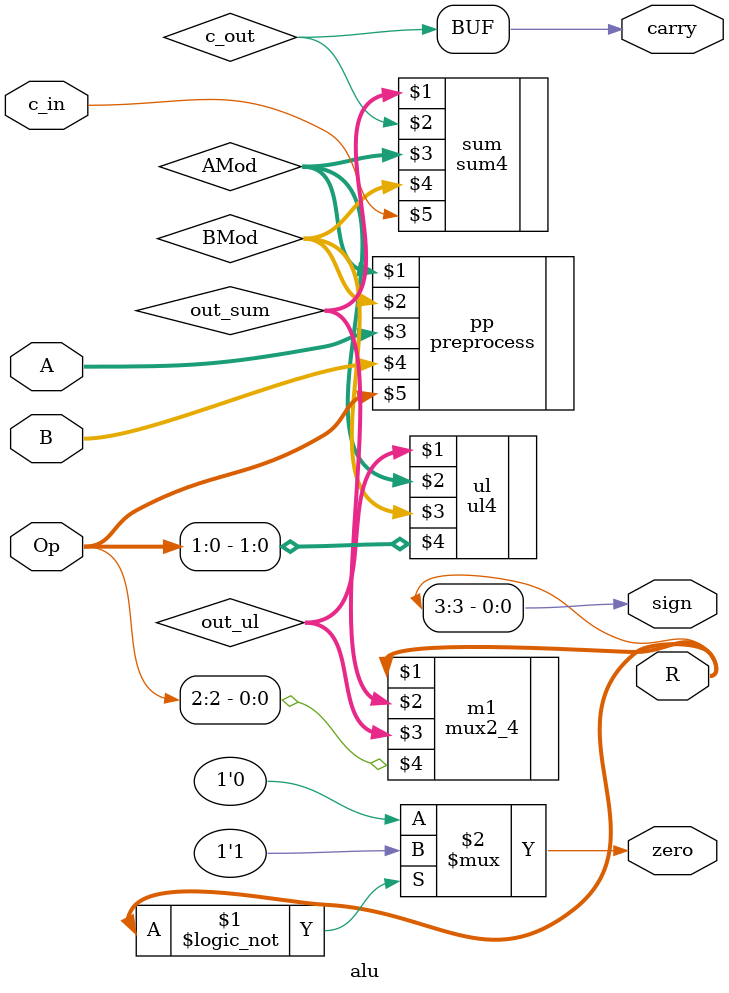
<source format=v>
module alu(output wire [3:0] R, output wire zero, carry, sign, input wire [3:0] A, input wire [3:0] B, input wire c_in, input wire [2:0] Op);
  wire [3:0] AMod, BMod, out_sum, out_ul;
  wire c_out;
  
  preprocess pp(AMod, BMod, A, B, Op);

  sum4 sum(out_sum, c_out, AMod, BMod, c_in);
  ul4 ul(out_ul, AMod, BMod, Op[1:0]);
  
  mux2_4 m1(R, out_sum, out_ul, Op[2]);

  assign zero = (R == 1'b0) ? 1'b1 : 1'b0;
  assign sign = R[3];
  assign carry = c_out;
endmodule



</source>
